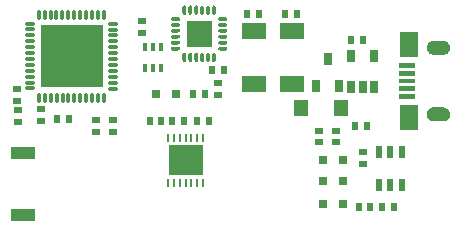
<source format=gtp>
G04 Layer: TopPasteMaskLayer*
G04 EasyEDA v6.5.14, 2022-08-24 17:06:53*
G04 77cd11f6e3b44a54979dfea80d6f7020,401f954c81374b6587e5d63e119e93f9,10*
G04 Gerber Generator version 0.2*
G04 Scale: 100 percent, Rotated: No, Reflected: No *
G04 Dimensions in millimeters *
G04 leading zeros omitted , absolute positions ,4 integer and 5 decimal *
%FSLAX45Y45*%
%MOMM*%

%ADD10R,0.7000X1.1000*%
%ADD11R,0.8000X0.8000*%
%ADD12R,0.4200X0.7000*%
%ADD13R,0.8000X1.0000*%
%ADD14R,0.5500X1.0000*%
%ADD15O,0.2800096X0.7999984*%
%ADD16O,0.7999984X0.2800096*%
%ADD17R,0.2794X0.6500*%
%ADD18R,3.0000X2.6000*%
%ADD19R,2.0000X1.3500*%
%ADD20R,0.5000X0.8000*%
%ADD21R,0.8000X0.5000*%
%ADD22R,1.2000X1.4000*%
%ADD23R,2.0000X1.0000*%
%ADD24O,0.2800096X0.9999979999999999*%
%ADD25O,0.9999979999999999X0.2800096*%
%ADD26R,5.3000X5.3000*%
%ADD27R,0.0140X5.3000*%

%LPD*%
G36*
X791870Y237490D02*
G01*
X784758Y237083D01*
X777748Y235813D01*
X774344Y234899D01*
X767689Y232410D01*
X761339Y229158D01*
X755446Y225196D01*
X750062Y220573D01*
X745286Y215290D01*
X741121Y209550D01*
X737717Y203301D01*
X736244Y200050D01*
X733958Y193294D01*
X732536Y186334D01*
X732078Y182829D01*
X731875Y175717D01*
X732078Y172161D01*
X733145Y165150D01*
X733958Y161696D01*
X736244Y154940D01*
X739292Y148539D01*
X743102Y142544D01*
X747572Y137007D01*
X752703Y132029D01*
X758342Y127711D01*
X764438Y124104D01*
X770991Y121259D01*
X774344Y120091D01*
X781253Y118465D01*
X784758Y117906D01*
X791870Y117500D01*
X875436Y117602D01*
X882497Y118465D01*
X889406Y120091D01*
X896061Y122580D01*
X902360Y125831D01*
X908253Y129794D01*
X911047Y132029D01*
X916127Y137007D01*
X920597Y142544D01*
X924407Y148539D01*
X927455Y154940D01*
X929741Y161696D01*
X931214Y168656D01*
X931824Y175717D01*
X931621Y182829D01*
X930554Y189839D01*
X929741Y193294D01*
X927455Y200050D01*
X924407Y206451D01*
X920597Y212496D01*
X916127Y217982D01*
X911047Y222961D01*
X905357Y227279D01*
X899261Y230886D01*
X892759Y233730D01*
X889406Y234899D01*
X882497Y236575D01*
X875436Y237388D01*
G37*
G36*
X791870Y802487D02*
G01*
X784758Y802081D01*
X777748Y800811D01*
X774344Y799896D01*
X767689Y797407D01*
X761339Y794156D01*
X755446Y790194D01*
X750062Y785571D01*
X745286Y780288D01*
X741121Y774547D01*
X737717Y768299D01*
X736244Y765048D01*
X733958Y758291D01*
X732536Y751332D01*
X732078Y747826D01*
X731875Y740714D01*
X732078Y737158D01*
X733145Y730148D01*
X733958Y726694D01*
X736244Y719937D01*
X739292Y713536D01*
X743102Y707542D01*
X747572Y702005D01*
X752703Y697026D01*
X758342Y692708D01*
X764438Y689102D01*
X770991Y686257D01*
X774344Y685088D01*
X781253Y683463D01*
X784758Y682904D01*
X791870Y682498D01*
X875436Y682599D01*
X882497Y683463D01*
X889406Y685088D01*
X896061Y687578D01*
X902360Y690829D01*
X908253Y694791D01*
X911047Y697026D01*
X916127Y702005D01*
X920597Y707542D01*
X924407Y713536D01*
X927455Y719937D01*
X929741Y726694D01*
X931214Y733653D01*
X931824Y740714D01*
X931621Y747826D01*
X930554Y754837D01*
X929741Y758291D01*
X927455Y765048D01*
X924407Y771448D01*
X920597Y777494D01*
X916127Y782980D01*
X911047Y787958D01*
X905357Y792276D01*
X899261Y795883D01*
X892759Y798728D01*
X889406Y799896D01*
X882497Y801573D01*
X875436Y802386D01*
G37*
G36*
X500634Y350012D02*
G01*
X500634Y309981D01*
X635660Y309981D01*
X635660Y350012D01*
G37*
G36*
X500634Y414985D02*
G01*
X500634Y375005D01*
X635660Y375005D01*
X635660Y414985D01*
G37*
G36*
X500634Y480009D02*
G01*
X500634Y439978D01*
X635660Y439978D01*
X635660Y480009D01*
G37*
G36*
X500634Y544982D02*
G01*
X500634Y505002D01*
X635660Y505002D01*
X635660Y544982D01*
G37*
G36*
X500634Y610006D02*
G01*
X500634Y569976D01*
X635660Y569976D01*
X635660Y610006D01*
G37*
G36*
X501853Y874979D02*
G01*
X501853Y665022D01*
X661822Y665022D01*
X661822Y874979D01*
G37*
G36*
X501853Y255016D02*
G01*
X501853Y45008D01*
X661822Y45008D01*
X661822Y255016D01*
G37*
G36*
X-1420774Y748893D02*
G01*
X-1424127Y748487D01*
X-1427276Y747268D01*
X-1430070Y745337D01*
X-1432306Y742848D01*
X-1433880Y739851D01*
X-1434693Y736549D01*
X-1434693Y733196D01*
X-1433880Y729894D01*
X-1432306Y726897D01*
X-1430070Y724408D01*
X-1427276Y722477D01*
X-1424127Y721258D01*
X-1420774Y720852D01*
X-1367078Y720953D01*
X-1363827Y721766D01*
X-1360830Y723341D01*
X-1358290Y725576D01*
X-1356410Y728370D01*
X-1355191Y731520D01*
X-1354785Y734872D01*
X-1355191Y738225D01*
X-1356410Y741375D01*
X-1358290Y744169D01*
X-1360830Y746404D01*
X-1363827Y747979D01*
X-1367078Y748792D01*
G37*
G36*
X-1420774Y798880D02*
G01*
X-1424127Y798474D01*
X-1427276Y797255D01*
X-1430070Y795324D01*
X-1432306Y792835D01*
X-1433880Y789838D01*
X-1434693Y786536D01*
X-1434693Y783183D01*
X-1433880Y779881D01*
X-1432306Y776884D01*
X-1430070Y774395D01*
X-1427276Y772464D01*
X-1424127Y771245D01*
X-1420774Y770839D01*
X-1367078Y770940D01*
X-1363827Y771753D01*
X-1360830Y773328D01*
X-1358290Y775563D01*
X-1356410Y778357D01*
X-1355191Y781507D01*
X-1354785Y784860D01*
X-1355191Y788212D01*
X-1356410Y791362D01*
X-1358290Y794156D01*
X-1360830Y796391D01*
X-1363827Y797966D01*
X-1367078Y798779D01*
G37*
G36*
X-1420774Y848868D02*
G01*
X-1424127Y848461D01*
X-1427276Y847293D01*
X-1430070Y845362D01*
X-1432306Y842822D01*
X-1433880Y839825D01*
X-1434693Y836574D01*
X-1434693Y833170D01*
X-1433880Y829919D01*
X-1432306Y826922D01*
X-1430070Y824382D01*
X-1427276Y822452D01*
X-1424127Y821283D01*
X-1420774Y820877D01*
X-1367078Y820978D01*
X-1363827Y821791D01*
X-1360830Y823366D01*
X-1358290Y825601D01*
X-1356410Y828344D01*
X-1355191Y831545D01*
X-1354785Y834847D01*
X-1355191Y838200D01*
X-1356410Y841400D01*
X-1358290Y844143D01*
X-1360830Y846378D01*
X-1363827Y847953D01*
X-1367078Y848766D01*
G37*
G36*
X-1420774Y898855D02*
G01*
X-1424127Y898448D01*
X-1427276Y897280D01*
X-1430070Y895350D01*
X-1432306Y892810D01*
X-1433880Y889812D01*
X-1434693Y886561D01*
X-1434693Y883158D01*
X-1433880Y879906D01*
X-1432306Y876909D01*
X-1430070Y874369D01*
X-1427276Y872439D01*
X-1424127Y871270D01*
X-1420774Y870864D01*
X-1367078Y870966D01*
X-1363827Y871778D01*
X-1360830Y873353D01*
X-1358290Y875588D01*
X-1356410Y878332D01*
X-1355191Y881532D01*
X-1354785Y884885D01*
X-1355191Y888187D01*
X-1356410Y891387D01*
X-1358290Y894130D01*
X-1360830Y896366D01*
X-1363827Y897940D01*
X-1367078Y898753D01*
G37*
G36*
X-1420774Y948893D02*
G01*
X-1424127Y948486D01*
X-1427276Y947267D01*
X-1430070Y945337D01*
X-1432306Y942848D01*
X-1433880Y939850D01*
X-1434693Y936548D01*
X-1434693Y933196D01*
X-1433880Y929894D01*
X-1432306Y926896D01*
X-1430070Y924407D01*
X-1427276Y922477D01*
X-1424127Y921258D01*
X-1420774Y920851D01*
X-1367078Y920953D01*
X-1363827Y921766D01*
X-1360830Y923340D01*
X-1358290Y925576D01*
X-1356410Y928369D01*
X-1355191Y931519D01*
X-1354785Y934872D01*
X-1355191Y938225D01*
X-1356410Y941374D01*
X-1358290Y944168D01*
X-1360830Y946403D01*
X-1363827Y947978D01*
X-1367078Y948791D01*
G37*
G36*
X-1420774Y998880D02*
G01*
X-1424127Y998474D01*
X-1427276Y997254D01*
X-1430070Y995324D01*
X-1432306Y992835D01*
X-1433880Y989837D01*
X-1434693Y986536D01*
X-1434693Y983183D01*
X-1433880Y979881D01*
X-1432306Y976884D01*
X-1430070Y974394D01*
X-1427276Y972464D01*
X-1424127Y971245D01*
X-1420774Y970838D01*
X-1367078Y970940D01*
X-1363827Y971753D01*
X-1360830Y973328D01*
X-1358290Y975563D01*
X-1356410Y978357D01*
X-1355191Y981506D01*
X-1354785Y984859D01*
X-1355191Y988212D01*
X-1356410Y991362D01*
X-1358290Y994156D01*
X-1360830Y996391D01*
X-1363827Y997966D01*
X-1367078Y998778D01*
G37*
G36*
X-1319022Y1099870D02*
G01*
X-1322324Y1099464D01*
X-1325524Y1098245D01*
X-1328267Y1096365D01*
X-1330502Y1093825D01*
X-1332077Y1090828D01*
X-1332890Y1087577D01*
X-1332992Y1033881D01*
X-1332585Y1030528D01*
X-1331417Y1027379D01*
X-1329486Y1024585D01*
X-1326946Y1022350D01*
X-1323949Y1020775D01*
X-1320698Y1019962D01*
X-1317294Y1019962D01*
X-1314043Y1020775D01*
X-1311046Y1022350D01*
X-1308506Y1024585D01*
X-1306576Y1027379D01*
X-1305407Y1030528D01*
X-1305001Y1033881D01*
X-1305102Y1087577D01*
X-1305915Y1090828D01*
X-1307490Y1093825D01*
X-1309725Y1096365D01*
X-1312468Y1098245D01*
X-1315669Y1099464D01*
G37*
G36*
X-1269796Y1099870D02*
G01*
X-1273149Y1099464D01*
X-1276299Y1098245D01*
X-1279093Y1096365D01*
X-1281328Y1093825D01*
X-1282903Y1090828D01*
X-1283716Y1087577D01*
X-1283817Y1033881D01*
X-1283411Y1030528D01*
X-1282192Y1027379D01*
X-1280261Y1024585D01*
X-1277772Y1022350D01*
X-1274775Y1020775D01*
X-1271473Y1019962D01*
X-1268120Y1019962D01*
X-1264818Y1020775D01*
X-1261821Y1022350D01*
X-1259332Y1024585D01*
X-1257401Y1027379D01*
X-1256182Y1030528D01*
X-1255776Y1033881D01*
X-1255877Y1087577D01*
X-1256690Y1090828D01*
X-1258265Y1093825D01*
X-1260500Y1096365D01*
X-1263294Y1098245D01*
X-1266444Y1099464D01*
G37*
G36*
X-1219809Y1099870D02*
G01*
X-1223111Y1099464D01*
X-1226312Y1098245D01*
X-1229055Y1096365D01*
X-1231290Y1093825D01*
X-1232865Y1090828D01*
X-1233678Y1087577D01*
X-1233779Y1033881D01*
X-1233373Y1030528D01*
X-1232204Y1027379D01*
X-1230274Y1024585D01*
X-1227734Y1022350D01*
X-1224737Y1020775D01*
X-1221486Y1019962D01*
X-1218082Y1019962D01*
X-1214831Y1020775D01*
X-1211834Y1022350D01*
X-1209294Y1024585D01*
X-1207363Y1027379D01*
X-1206195Y1030528D01*
X-1205788Y1033881D01*
X-1205890Y1087577D01*
X-1206703Y1090828D01*
X-1208278Y1093825D01*
X-1210513Y1096365D01*
X-1213256Y1098245D01*
X-1216456Y1099464D01*
G37*
G36*
X-1169822Y1099870D02*
G01*
X-1173124Y1099464D01*
X-1176324Y1098245D01*
X-1179068Y1096365D01*
X-1181303Y1093825D01*
X-1182878Y1090828D01*
X-1183690Y1087577D01*
X-1183792Y1033881D01*
X-1183386Y1030528D01*
X-1182217Y1027379D01*
X-1180287Y1024585D01*
X-1177747Y1022350D01*
X-1174750Y1020775D01*
X-1171498Y1019962D01*
X-1168095Y1019962D01*
X-1164844Y1020775D01*
X-1161846Y1022350D01*
X-1159306Y1024585D01*
X-1157376Y1027379D01*
X-1156208Y1030528D01*
X-1155801Y1033881D01*
X-1155903Y1087577D01*
X-1156716Y1090828D01*
X-1158290Y1093825D01*
X-1160526Y1096365D01*
X-1163269Y1098245D01*
X-1166469Y1099464D01*
G37*
G36*
X-1119784Y1099870D02*
G01*
X-1123137Y1099464D01*
X-1126286Y1098245D01*
X-1129080Y1096365D01*
X-1131316Y1093825D01*
X-1132890Y1090828D01*
X-1133703Y1087577D01*
X-1133805Y1033881D01*
X-1133398Y1030528D01*
X-1132179Y1027379D01*
X-1130249Y1024585D01*
X-1127760Y1022350D01*
X-1124762Y1020775D01*
X-1121460Y1019962D01*
X-1118108Y1019962D01*
X-1114806Y1020775D01*
X-1111808Y1022350D01*
X-1109319Y1024585D01*
X-1107389Y1027379D01*
X-1106170Y1030528D01*
X-1105763Y1033881D01*
X-1105865Y1087577D01*
X-1106678Y1090828D01*
X-1108252Y1093825D01*
X-1110488Y1096365D01*
X-1113282Y1098245D01*
X-1116431Y1099464D01*
G37*
G36*
X-1069797Y1099870D02*
G01*
X-1073150Y1099464D01*
X-1076299Y1098245D01*
X-1079093Y1096365D01*
X-1081328Y1093825D01*
X-1082903Y1090828D01*
X-1083716Y1087577D01*
X-1083818Y1033881D01*
X-1083411Y1030528D01*
X-1082192Y1027379D01*
X-1080262Y1024585D01*
X-1077772Y1022350D01*
X-1074775Y1020775D01*
X-1071473Y1019962D01*
X-1068120Y1019962D01*
X-1064818Y1020775D01*
X-1061821Y1022350D01*
X-1059332Y1024585D01*
X-1057402Y1027379D01*
X-1056182Y1030528D01*
X-1055776Y1033881D01*
X-1055878Y1087577D01*
X-1056690Y1090828D01*
X-1058265Y1093825D01*
X-1060500Y1096365D01*
X-1063294Y1098245D01*
X-1066444Y1099464D01*
G37*
G36*
X-1020775Y998880D02*
G01*
X-1024128Y998474D01*
X-1027277Y997254D01*
X-1030071Y995324D01*
X-1032306Y992835D01*
X-1033881Y989837D01*
X-1034694Y986536D01*
X-1034694Y983183D01*
X-1033881Y979881D01*
X-1032306Y976884D01*
X-1030071Y974394D01*
X-1027277Y972464D01*
X-1024128Y971245D01*
X-1020775Y970838D01*
X-967079Y970940D01*
X-963828Y971753D01*
X-960831Y973328D01*
X-958291Y975563D01*
X-956411Y978357D01*
X-955192Y981506D01*
X-954786Y984859D01*
X-955192Y988212D01*
X-956411Y991362D01*
X-958291Y994156D01*
X-960831Y996391D01*
X-963828Y997966D01*
X-967079Y998778D01*
G37*
G36*
X-1020775Y948893D02*
G01*
X-1024128Y948486D01*
X-1027277Y947267D01*
X-1030071Y945337D01*
X-1032306Y942848D01*
X-1033881Y939850D01*
X-1034694Y936548D01*
X-1034694Y933196D01*
X-1033881Y929894D01*
X-1032306Y926896D01*
X-1030071Y924407D01*
X-1027277Y922477D01*
X-1024128Y921258D01*
X-1020775Y920851D01*
X-967079Y920953D01*
X-963828Y921766D01*
X-960831Y923340D01*
X-958291Y925576D01*
X-956411Y928369D01*
X-955192Y931519D01*
X-954786Y934872D01*
X-955192Y938225D01*
X-956411Y941374D01*
X-958291Y944168D01*
X-960831Y946403D01*
X-963828Y947978D01*
X-967079Y948791D01*
G37*
G36*
X-1020775Y898855D02*
G01*
X-1024128Y898448D01*
X-1027277Y897280D01*
X-1030071Y895350D01*
X-1032306Y892810D01*
X-1033881Y889812D01*
X-1034694Y886561D01*
X-1034694Y883158D01*
X-1033881Y879906D01*
X-1032306Y876909D01*
X-1030071Y874369D01*
X-1027277Y872439D01*
X-1024128Y871270D01*
X-1020775Y870864D01*
X-967079Y870966D01*
X-963828Y871778D01*
X-960831Y873353D01*
X-958291Y875588D01*
X-956411Y878332D01*
X-955192Y881532D01*
X-954786Y884885D01*
X-955192Y888187D01*
X-956411Y891387D01*
X-958291Y894130D01*
X-960831Y896366D01*
X-963828Y897940D01*
X-967079Y898753D01*
G37*
G36*
X-1020775Y848868D02*
G01*
X-1024128Y848461D01*
X-1027277Y847293D01*
X-1030071Y845362D01*
X-1032306Y842822D01*
X-1033881Y839825D01*
X-1034694Y836574D01*
X-1034694Y833170D01*
X-1033881Y829919D01*
X-1032306Y826922D01*
X-1030071Y824382D01*
X-1027277Y822452D01*
X-1024128Y821283D01*
X-1020775Y820877D01*
X-967079Y820978D01*
X-963828Y821791D01*
X-960831Y823366D01*
X-958291Y825601D01*
X-956411Y828344D01*
X-955192Y831545D01*
X-954786Y834847D01*
X-955192Y838200D01*
X-956411Y841400D01*
X-958291Y844143D01*
X-960831Y846378D01*
X-963828Y847953D01*
X-967079Y848766D01*
G37*
G36*
X-1020775Y798880D02*
G01*
X-1024128Y798474D01*
X-1027277Y797255D01*
X-1030071Y795324D01*
X-1032306Y792835D01*
X-1033881Y789838D01*
X-1034694Y786536D01*
X-1034694Y783183D01*
X-1033881Y779881D01*
X-1032306Y776884D01*
X-1030071Y774395D01*
X-1027277Y772464D01*
X-1024128Y771245D01*
X-1020775Y770839D01*
X-967079Y770940D01*
X-963828Y771753D01*
X-960831Y773328D01*
X-958291Y775563D01*
X-956411Y778357D01*
X-955192Y781507D01*
X-954786Y784860D01*
X-955192Y788212D01*
X-956411Y791362D01*
X-958291Y794156D01*
X-960831Y796391D01*
X-963828Y797966D01*
X-967079Y798779D01*
G37*
G36*
X-1020775Y748893D02*
G01*
X-1024128Y748487D01*
X-1027277Y747268D01*
X-1030071Y745337D01*
X-1032306Y742848D01*
X-1033881Y739851D01*
X-1034694Y736549D01*
X-1034694Y733196D01*
X-1033881Y729894D01*
X-1032306Y726897D01*
X-1030071Y724408D01*
X-1027277Y722477D01*
X-1024128Y721258D01*
X-1020775Y720852D01*
X-967079Y720953D01*
X-963828Y721766D01*
X-960831Y723341D01*
X-958291Y725576D01*
X-956411Y728370D01*
X-955192Y731520D01*
X-954786Y734872D01*
X-955192Y738225D01*
X-956411Y741375D01*
X-958291Y744169D01*
X-960831Y746404D01*
X-963828Y747979D01*
X-967079Y748792D01*
G37*
G36*
X-1069797Y699871D02*
G01*
X-1073150Y699465D01*
X-1076299Y698246D01*
X-1079093Y696366D01*
X-1081328Y693826D01*
X-1082903Y690829D01*
X-1083716Y687578D01*
X-1083818Y633882D01*
X-1083411Y630529D01*
X-1082192Y627380D01*
X-1080262Y624586D01*
X-1077772Y622350D01*
X-1074775Y620776D01*
X-1071473Y619963D01*
X-1068120Y619963D01*
X-1064818Y620776D01*
X-1061821Y622350D01*
X-1059332Y624586D01*
X-1057402Y627380D01*
X-1056182Y630529D01*
X-1055776Y633882D01*
X-1055878Y687578D01*
X-1056690Y690829D01*
X-1058265Y693826D01*
X-1060500Y696366D01*
X-1063294Y698246D01*
X-1066444Y699465D01*
G37*
G36*
X-1119784Y699871D02*
G01*
X-1123137Y699465D01*
X-1126286Y698246D01*
X-1129080Y696366D01*
X-1131316Y693826D01*
X-1132890Y690829D01*
X-1133703Y687578D01*
X-1133805Y633882D01*
X-1133398Y630529D01*
X-1132179Y627380D01*
X-1130249Y624586D01*
X-1127760Y622350D01*
X-1124762Y620776D01*
X-1121460Y619963D01*
X-1118108Y619963D01*
X-1114806Y620776D01*
X-1111808Y622350D01*
X-1109319Y624586D01*
X-1107389Y627380D01*
X-1106170Y630529D01*
X-1105763Y633882D01*
X-1105865Y687578D01*
X-1106678Y690829D01*
X-1108252Y693826D01*
X-1110488Y696366D01*
X-1113282Y698246D01*
X-1116431Y699465D01*
G37*
G36*
X-1169822Y699871D02*
G01*
X-1173124Y699465D01*
X-1176324Y698246D01*
X-1179068Y696366D01*
X-1181303Y693826D01*
X-1182878Y690829D01*
X-1183690Y687578D01*
X-1183792Y633882D01*
X-1183386Y630529D01*
X-1182217Y627380D01*
X-1180287Y624586D01*
X-1177747Y622350D01*
X-1174750Y620776D01*
X-1171498Y619963D01*
X-1168095Y619963D01*
X-1164844Y620776D01*
X-1161846Y622350D01*
X-1159306Y624586D01*
X-1157376Y627380D01*
X-1156208Y630529D01*
X-1155801Y633882D01*
X-1155903Y687578D01*
X-1156716Y690829D01*
X-1158290Y693826D01*
X-1160526Y696366D01*
X-1163269Y698246D01*
X-1166469Y699465D01*
G37*
G36*
X-1219809Y699871D02*
G01*
X-1223111Y699465D01*
X-1226312Y698246D01*
X-1229055Y696366D01*
X-1231290Y693826D01*
X-1232865Y690829D01*
X-1233678Y687578D01*
X-1233779Y633882D01*
X-1233373Y630529D01*
X-1232204Y627380D01*
X-1230274Y624586D01*
X-1227734Y622350D01*
X-1224737Y620776D01*
X-1221486Y619963D01*
X-1218082Y619963D01*
X-1214831Y620776D01*
X-1211834Y622350D01*
X-1209294Y624586D01*
X-1207363Y627380D01*
X-1206195Y630529D01*
X-1205788Y633882D01*
X-1205890Y687578D01*
X-1206703Y690829D01*
X-1208278Y693826D01*
X-1210513Y696366D01*
X-1213256Y698246D01*
X-1216456Y699465D01*
G37*
G36*
X-1269796Y699871D02*
G01*
X-1273149Y699465D01*
X-1276299Y698246D01*
X-1279093Y696366D01*
X-1281328Y693826D01*
X-1282903Y690829D01*
X-1283716Y687578D01*
X-1283817Y633882D01*
X-1283411Y630529D01*
X-1282192Y627380D01*
X-1280261Y624586D01*
X-1277772Y622350D01*
X-1274775Y620776D01*
X-1271473Y619963D01*
X-1268120Y619963D01*
X-1264818Y620776D01*
X-1261821Y622350D01*
X-1259332Y624586D01*
X-1257401Y627380D01*
X-1256182Y630529D01*
X-1255776Y633882D01*
X-1255877Y687578D01*
X-1256690Y690829D01*
X-1258265Y693826D01*
X-1260500Y696366D01*
X-1263294Y698246D01*
X-1266444Y699465D01*
G37*
G36*
X-1319784Y699871D02*
G01*
X-1323136Y699465D01*
X-1326286Y698246D01*
X-1329080Y696366D01*
X-1331315Y693826D01*
X-1332890Y690829D01*
X-1333703Y687578D01*
X-1333804Y633882D01*
X-1333398Y630529D01*
X-1332179Y627380D01*
X-1330248Y624586D01*
X-1327759Y622350D01*
X-1324762Y620776D01*
X-1321460Y619963D01*
X-1318107Y619963D01*
X-1314805Y620776D01*
X-1311808Y622350D01*
X-1309319Y624586D01*
X-1307388Y627380D01*
X-1306169Y630529D01*
X-1305763Y633882D01*
X-1305864Y687578D01*
X-1306677Y690829D01*
X-1308252Y693826D01*
X-1310487Y696366D01*
X-1313281Y698246D01*
X-1316431Y699465D01*
G37*
G36*
X-1301546Y967892D02*
G01*
X-1301546Y751890D01*
X-1085545Y751890D01*
X-1085545Y967892D01*
G37*
D10*
G01*
X94894Y410590D03*
G01*
X189890Y410590D03*
G01*
X285089Y410590D03*
G01*
X285089Y669391D03*
G01*
X95097Y669391D03*
D11*
G01*
X-149859Y-389889D03*
G01*
X20320Y-389889D03*
G01*
X-149859Y-210057D03*
G01*
X20320Y-210057D03*
G01*
X-1559813Y350012D03*
G01*
X-1389634Y350012D03*
G01*
X-149859Y-579881D03*
G01*
X20320Y-579881D03*
D12*
G01*
X-1584705Y568121D03*
G01*
X-1519707Y568121D03*
G01*
X-1519707Y752119D03*
G01*
X-1584705Y752119D03*
G01*
X-1649704Y752119D03*
G01*
X-1649704Y568121D03*
D13*
G01*
X-12801Y418896D03*
G01*
X-107797Y648893D03*
G01*
X-202818Y418896D03*
D14*
G01*
X520217Y-419938D03*
G01*
X425221Y-419938D03*
G01*
X330225Y-419938D03*
G01*
X330225Y-139928D03*
G01*
X425221Y-139928D03*
G01*
X520217Y-139928D03*
D15*
G01*
X-1319784Y659866D03*
G01*
X-1269796Y659866D03*
G01*
X-1219784Y659866D03*
G01*
X-1169797Y659866D03*
G01*
X-1119784Y659866D03*
G01*
X-1069797Y659866D03*
D16*
G01*
X-994790Y734872D03*
G01*
X-994790Y784860D03*
G01*
X-994790Y834872D03*
G01*
X-994790Y884859D03*
G01*
X-994790Y934872D03*
G01*
X-994790Y984859D03*
D15*
G01*
X-1069797Y1059865D03*
G01*
X-1119784Y1059865D03*
G01*
X-1169797Y1059865D03*
G01*
X-1219784Y1059865D03*
G01*
X-1269796Y1059865D03*
G01*
X-1318996Y1059865D03*
D16*
G01*
X-1394790Y984859D03*
G01*
X-1394790Y934872D03*
G01*
X-1394790Y884859D03*
G01*
X-1394790Y834872D03*
G01*
X-1394790Y784860D03*
G01*
X-1394790Y734872D03*
D17*
G01*
X-1159992Y-20015D03*
G01*
X-1209979Y-20015D03*
G01*
X-1259992Y-20015D03*
G01*
X-1309979Y-20015D03*
G01*
X-1359992Y-20015D03*
G01*
X-1409979Y-20015D03*
G01*
X-1459991Y-20015D03*
G01*
X-1459991Y-400024D03*
G01*
X-1409979Y-400024D03*
G01*
X-1359992Y-400024D03*
G01*
X-1309979Y-400024D03*
G01*
X-1259992Y-400024D03*
D18*
G01*
X-1310004Y-210007D03*
D17*
G01*
X-1209979Y-400024D03*
G01*
X-1159992Y-400024D03*
D19*
G01*
X-409955Y434898D03*
G01*
X-409955Y884885D03*
D20*
G01*
X-470001Y1029995D03*
G01*
X-370001Y1029995D03*
G01*
X-789990Y1029995D03*
G01*
X-689990Y1029995D03*
D21*
G01*
X195300Y-240004D03*
G01*
X195300Y-140004D03*
G01*
X-180009Y-59994D03*
G01*
X-180009Y40005D03*
D19*
G01*
X-729995Y435000D03*
G01*
X-729995Y885012D03*
D20*
G01*
X-984707Y550011D03*
G01*
X-1084706Y550011D03*
G01*
X-1244701Y350012D03*
G01*
X-1144701Y350012D03*
D21*
G01*
X-40004Y39979D03*
G01*
X-40004Y-60020D03*
D20*
G01*
X455269Y-610006D03*
G01*
X355269Y-610006D03*
D21*
G01*
X-2727705Y213995D03*
G01*
X-2727705Y113995D03*
D20*
G01*
X125298Y79984D03*
G01*
X225297Y79984D03*
G01*
X90017Y809980D03*
G01*
X190017Y809980D03*
D22*
G01*
X5283Y229997D03*
G01*
X-334695Y229997D03*
D21*
G01*
X-1674723Y970000D03*
G01*
X-1674723Y870000D03*
D20*
G01*
X-2394711Y140004D03*
G01*
X-2294712Y140004D03*
D21*
G01*
X-2534691Y219989D03*
G01*
X-2534691Y119989D03*
D23*
G01*
X-2687599Y-151892D03*
G01*
X-2687599Y-671906D03*
D20*
G01*
X-1424711Y119989D03*
G01*
X-1324711Y119989D03*
G01*
X-1114704Y119989D03*
G01*
X-1214704Y119989D03*
D21*
G01*
X-1924710Y29997D03*
G01*
X-1924710Y129997D03*
D20*
G01*
X155295Y-610006D03*
G01*
X255295Y-610006D03*
G01*
X-1614703Y119989D03*
G01*
X-1514703Y119989D03*
D21*
G01*
X-2737713Y393979D03*
G01*
X-2737713Y293979D03*
G01*
X-2064689Y30022D03*
G01*
X-2064689Y130022D03*
D24*
G01*
X-2551582Y319963D03*
G01*
X-2501544Y319963D03*
G01*
X-2451506Y319963D03*
G01*
X-2401468Y319963D03*
G01*
X-2351430Y319963D03*
G01*
X-2301417Y319963D03*
G01*
X-2251633Y319963D03*
G01*
X-2201570Y319963D03*
G01*
X-2151532Y319963D03*
G01*
X-2101519Y319963D03*
G01*
X-2051456Y319963D03*
G01*
X-2001418Y319963D03*
D25*
G01*
X-1924735Y395655D03*
G01*
X-1924735Y445693D03*
G01*
X-1924735Y495731D03*
G01*
X-1924735Y545769D03*
G01*
X-1924735Y595807D03*
G01*
X-1924735Y645845D03*
G01*
X-1924735Y695629D03*
G01*
X-1924735Y745667D03*
G01*
X-1924735Y795705D03*
G01*
X-1924735Y845743D03*
G01*
X-1924735Y895781D03*
G01*
X-1924735Y945819D03*
D24*
G01*
X-2002967Y1019962D03*
G01*
X-2052980Y1019962D03*
G01*
X-2103018Y1019962D03*
G01*
X-2153056Y1019962D03*
G01*
X-2203119Y1019962D03*
G01*
X-2253132Y1019962D03*
G01*
X-2302916Y1019962D03*
G01*
X-2352954Y1019962D03*
G01*
X-2402992Y1019962D03*
G01*
X-2453030Y1019962D03*
G01*
X-2503068Y1019962D03*
G01*
X-2553106Y1019962D03*
D25*
G01*
X-2624709Y946835D03*
G01*
X-2624709Y896797D03*
G01*
X-2624709Y846759D03*
G01*
X-2624709Y796721D03*
G01*
X-2624709Y746683D03*
G01*
X-2624709Y696645D03*
G01*
X-2624709Y646861D03*
G01*
X-2624709Y596823D03*
G01*
X-2624709Y546785D03*
G01*
X-2624709Y496747D03*
G01*
X-2624709Y446709D03*
G01*
X-2624709Y396671D03*
D26*
G01*
X-2274722Y670001D03*
D21*
G01*
X-1034694Y340004D03*
G01*
X-1034694Y440004D03*
M02*

</source>
